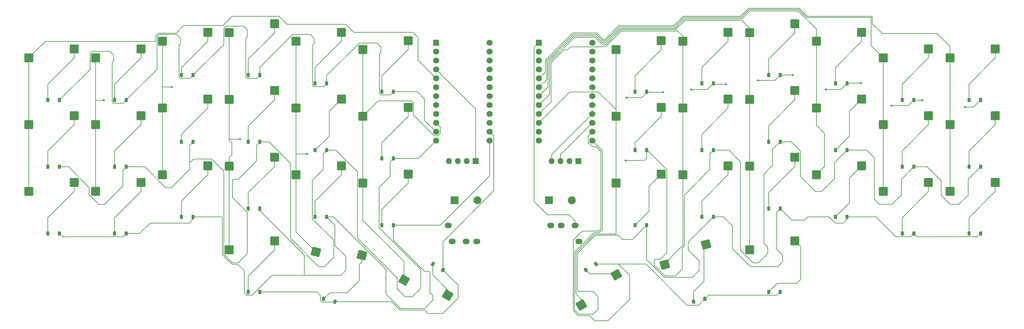
<source format=gbr>
%TF.GenerationSoftware,KiCad,Pcbnew,9.0.6*%
%TF.CreationDate,2025-12-07T00:05:39-06:00*%
%TF.ProjectId,SplitKeyboard,53706c69-744b-4657-9962-6f6172642e6b,rev?*%
%TF.SameCoordinates,Original*%
%TF.FileFunction,Copper,L2,Bot*%
%TF.FilePolarity,Positive*%
%FSLAX46Y46*%
G04 Gerber Fmt 4.6, Leading zero omitted, Abs format (unit mm)*
G04 Created by KiCad (PCBNEW 9.0.6) date 2025-12-07 00:05:39*
%MOMM*%
%LPD*%
G01*
G04 APERTURE LIST*
G04 Aperture macros list*
%AMRoundRect*
0 Rectangle with rounded corners*
0 $1 Rounding radius*
0 $2 $3 $4 $5 $6 $7 $8 $9 X,Y pos of 4 corners*
0 Add a 4 corners polygon primitive as box body*
4,1,4,$2,$3,$4,$5,$6,$7,$8,$9,$2,$3,0*
0 Add four circle primitives for the rounded corners*
1,1,$1+$1,$2,$3*
1,1,$1+$1,$4,$5*
1,1,$1+$1,$6,$7*
1,1,$1+$1,$8,$9*
0 Add four rect primitives between the rounded corners*
20,1,$1+$1,$2,$3,$4,$5,0*
20,1,$1+$1,$4,$5,$6,$7,0*
20,1,$1+$1,$6,$7,$8,$9,0*
20,1,$1+$1,$8,$9,$2,$3,0*%
G04 Aperture macros list end*
%TA.AperFunction,SMDPad,CuDef*%
%ADD10RoundRect,0.250000X-1.025000X-1.000000X1.025000X-1.000000X1.025000X1.000000X-1.025000X1.000000X0*%
%TD*%
%TA.AperFunction,SMDPad,CuDef*%
%ADD11RoundRect,0.250000X-1.387676X-0.353525X0.387676X-1.378525X1.387676X0.353525X-0.387676X1.378525X0*%
%TD*%
%TA.AperFunction,ComponentPad*%
%ADD12R,1.752600X1.752600*%
%TD*%
%TA.AperFunction,ComponentPad*%
%ADD13C,1.752600*%
%TD*%
%TA.AperFunction,ComponentPad*%
%ADD14O,2.000000X1.600000*%
%TD*%
%TA.AperFunction,ComponentPad*%
%ADD15R,2.250000X2.250000*%
%TD*%
%TA.AperFunction,ComponentPad*%
%ADD16C,2.250000*%
%TD*%
%TA.AperFunction,SMDPad,CuDef*%
%ADD17RoundRect,0.250000X-0.387676X-1.378525X1.387676X-0.353525X0.387676X1.378525X-1.387676X0.353525X0*%
%TD*%
%TA.AperFunction,SMDPad,CuDef*%
%ADD18RoundRect,0.250000X-0.731255X-1.231215X1.248893X-0.700636X0.731255X1.231215X-1.248893X0.700636X0*%
%TD*%
%TA.AperFunction,ComponentPad*%
%ADD19R,1.700000X1.700000*%
%TD*%
%TA.AperFunction,ComponentPad*%
%ADD20O,1.700000X1.700000*%
%TD*%
%TA.AperFunction,SMDPad,CuDef*%
%ADD21RoundRect,0.250000X-1.248893X-0.700636X0.731255X-1.231215X1.248893X0.700636X-0.731255X1.231215X0*%
%TD*%
%TA.AperFunction,SMDPad,CuDef*%
%ADD22RoundRect,0.225000X0.225000X0.375000X-0.225000X0.375000X-0.225000X-0.375000X0.225000X-0.375000X0*%
%TD*%
%TA.AperFunction,SMDPad,CuDef*%
%ADD23RoundRect,0.225000X0.007356X0.437260X-0.382356X0.212260X-0.007356X-0.437260X0.382356X-0.212260X0*%
%TD*%
%TA.AperFunction,SMDPad,CuDef*%
%ADD24RoundRect,0.225000X0.314390X0.303988X-0.120276X0.420456X-0.314390X-0.303988X0.120276X-0.420456X0*%
%TD*%
%TA.AperFunction,SMDPad,CuDef*%
%ADD25RoundRect,0.225000X0.382356X0.212260X-0.007356X0.437260X-0.382356X-0.212260X0.007356X-0.437260X0*%
%TD*%
%TA.AperFunction,SMDPad,CuDef*%
%ADD26RoundRect,0.225000X0.120276X0.420456X-0.314390X0.303988X-0.120276X-0.420456X0.314390X-0.303988X0*%
%TD*%
%TA.AperFunction,ViaPad*%
%ADD27C,0.600000*%
%TD*%
%TA.AperFunction,Conductor*%
%ADD28C,0.200000*%
%TD*%
G04 APERTURE END LIST*
D10*
%TO.P,SW22,1,1*%
%TO.N,COLR0*%
X178430404Y-66347721D03*
%TO.P,SW22,2,2*%
%TO.N,Net-(D22-A)*%
X191357404Y-63807721D03*
%TD*%
D11*
%TO.P,SW21,1,1*%
%TO.N,COL5*%
X117996710Y-132201545D03*
%TO.P,SW21,2,2*%
%TO.N,Net-(D21-A)*%
X130461820Y-136465341D03*
%TD*%
D10*
%TO.P,SW37,1,1*%
%TO.N,COLR3*%
X235580404Y-102066471D03*
%TO.P,SW37,2,2*%
%TO.N,Net-(D37-A)*%
X248507404Y-99526471D03*
%TD*%
%TO.P,SW1,1,1*%
%TO.N,COL0*%
X11002500Y-68728750D03*
%TO.P,SW1,2,2*%
%TO.N,Net-(D1-A)*%
X23929500Y-66188750D03*
%TD*%
D12*
%TO.P,U2,1,TX0/PD3*%
%TO.N,TX0*%
X127148750Y-64442500D03*
D13*
%TO.P,U2,2,RX1/PD2*%
%TO.N,unconnected-(U2-RX1{slash}PD2-Pad2)*%
X127148750Y-66982500D03*
%TO.P,U2,3,GND*%
%TO.N,unconnected-(U2-GND-Pad3)*%
X127148750Y-69522500D03*
%TO.P,U2,4,GND*%
%TO.N,GND*%
X127148750Y-72062500D03*
%TO.P,U2,5,2/PD1*%
%TO.N,COL0*%
X127148750Y-74602500D03*
%TO.P,U2,6,3/PD0*%
%TO.N,COL1*%
X127148750Y-77142500D03*
%TO.P,U2,7,4/PD4*%
%TO.N,COL2*%
X127148750Y-79682500D03*
%TO.P,U2,8,5/PC6*%
%TO.N,COL3*%
X127148750Y-82222500D03*
%TO.P,U2,9,6/PD7*%
%TO.N,COL4*%
X127148750Y-84762500D03*
%TO.P,U2,10,7/PE6*%
%TO.N,COL5*%
X127148750Y-87302500D03*
%TO.P,U2,11,8/PB4*%
%TO.N,ROW0*%
X127148750Y-89842500D03*
%TO.P,U2,12,9/PB5*%
%TO.N,ROW1*%
X127148750Y-92382500D03*
%TO.P,U2,13,10/PB6*%
%TO.N,ROW2*%
X142388750Y-92382500D03*
%TO.P,U2,14,16/PB2*%
%TO.N,ROW3*%
X142388750Y-89842500D03*
%TO.P,U2,15,14/PB3*%
%TO.N,SCL*%
X142388750Y-87302500D03*
%TO.P,U2,16,15/PB1*%
%TO.N,SDA*%
X142388750Y-84762500D03*
%TO.P,U2,17,A0/PF7*%
%TO.N,unconnected-(U2-A0{slash}PF7-Pad17)*%
X142388750Y-82222500D03*
%TO.P,U2,18,A1/PF6*%
%TO.N,unconnected-(U2-A1{slash}PF6-Pad18)*%
X142388750Y-79682500D03*
%TO.P,U2,19,A2/PF5*%
%TO.N,unconnected-(U2-A2{slash}PF5-Pad19)*%
X142388750Y-77142500D03*
%TO.P,U2,20,A3/PF4*%
%TO.N,unconnected-(U2-A3{slash}PF4-Pad20)*%
X142388750Y-74602500D03*
%TO.P,U2,21,VCC*%
%TO.N,VCC*%
X142388750Y-72062500D03*
%TO.P,U2,22,RST*%
%TO.N,RST*%
X142388750Y-69522500D03*
%TO.P,U2,23,GND*%
%TO.N,unconnected-(U2-GND-Pad23)*%
X142388750Y-66982500D03*
%TO.P,U2,24,RAW*%
%TO.N,unconnected-(U2-RAW-Pad24)*%
X142388750Y-64442500D03*
%TD*%
D14*
%TO.P,U4,1,SLEEVE*%
%TO.N,unconnected-(U4-SLEEVE-Pad1)*%
X167890404Y-121193970D03*
%TO.P,U4,2,TIP*%
%TO.N,TX0R*%
X166790404Y-116593970D03*
%TO.P,U4,3,RING1*%
%TO.N,VCCR*%
X162790403Y-116593971D03*
%TO.P,U4,4,RING2*%
%TO.N,GNDR*%
X159790405Y-116593972D03*
%TD*%
D10*
%TO.P,SW36,1,1*%
%TO.N,COLR2*%
X216530404Y-99685221D03*
%TO.P,SW36,2,2*%
%TO.N,Net-(D36-A)*%
X229457404Y-97145221D03*
%TD*%
%TO.P,SW23,1,1*%
%TO.N,COLR1*%
X197480404Y-63966471D03*
%TO.P,SW23,2,2*%
%TO.N,Net-(D23-A)*%
X210407404Y-61426471D03*
%TD*%
%TO.P,SW35,1,1*%
%TO.N,COLR1*%
X197480404Y-102066471D03*
%TO.P,SW35,2,2*%
%TO.N,Net-(D35-A)*%
X210407404Y-99526471D03*
%TD*%
%TO.P,SW16,1,1*%
%TO.N,COL3*%
X68152500Y-99685000D03*
%TO.P,SW16,2,2*%
%TO.N,Net-(D16-A)*%
X81079500Y-97145000D03*
%TD*%
%TO.P,SW15,1,1*%
%TO.N,COL2*%
X49102500Y-102066250D03*
%TO.P,SW15,2,2*%
%TO.N,Net-(D15-A)*%
X62029500Y-99526250D03*
%TD*%
D15*
%TO.P,SW44,1,1*%
%TO.N,GNDR*%
X159321654Y-109368971D03*
D16*
%TO.P,SW44,2,2*%
%TO.N,RSTR*%
X165821654Y-109368971D03*
%TD*%
D10*
%TO.P,SW38,1,1*%
%TO.N,COLR4*%
X254630404Y-106828971D03*
%TO.P,SW38,2,2*%
%TO.N,Net-(D38-A)*%
X267557404Y-104288971D03*
%TD*%
%TO.P,SW9,1,1*%
%TO.N,COL2*%
X49102500Y-83016250D03*
%TO.P,SW9,2,2*%
%TO.N,Net-(D9-A)*%
X62029500Y-80476250D03*
%TD*%
%TO.P,SW30,1,1*%
%TO.N,COLR2*%
X216530404Y-80635221D03*
%TO.P,SW30,2,2*%
%TO.N,Net-(D30-A)*%
X229457404Y-78095221D03*
%TD*%
%TO.P,SW27,1,1*%
%TO.N,COLR5*%
X273680404Y-68728971D03*
%TO.P,SW27,2,2*%
%TO.N,Net-(D27-A)*%
X286607404Y-66188971D03*
%TD*%
%TO.P,SW26,1,1*%
%TO.N,COLR4*%
X254630404Y-68728971D03*
%TO.P,SW26,2,2*%
%TO.N,Net-(D26-A)*%
X267557404Y-66188971D03*
%TD*%
%TO.P,SW4,1,1*%
%TO.N,COL3*%
X68152500Y-61585000D03*
%TO.P,SW4,2,2*%
%TO.N,Net-(D4-A)*%
X81079500Y-59045000D03*
%TD*%
%TO.P,SW18,1,1*%
%TO.N,COL5*%
X106252500Y-104447500D03*
%TO.P,SW18,2,2*%
%TO.N,Net-(D18-A)*%
X119179500Y-101907500D03*
%TD*%
%TO.P,SW42,1,1*%
%TO.N,COLR2*%
X216530404Y-123497721D03*
%TO.P,SW42,2,2*%
%TO.N,Net-(D42-A)*%
X229457404Y-120957721D03*
%TD*%
%TO.P,SW31,1,1*%
%TO.N,COLR3*%
X235580404Y-83016471D03*
%TO.P,SW31,2,2*%
%TO.N,Net-(D31-A)*%
X248507404Y-80476471D03*
%TD*%
%TO.P,SW32,1,1*%
%TO.N,COLR4*%
X254630404Y-87778971D03*
%TO.P,SW32,2,2*%
%TO.N,Net-(D32-A)*%
X267557404Y-85238971D03*
%TD*%
D14*
%TO.P,U1,1,SLEEVE*%
%TO.N,unconnected-(U1-SLEEVE-Pad1)*%
X130612500Y-116593749D03*
%TO.P,U1,2,TIP*%
%TO.N,TX0*%
X131712499Y-121193750D03*
%TO.P,U1,3,RING1*%
%TO.N,VCC*%
X135712499Y-121193749D03*
%TO.P,U1,4,RING2*%
%TO.N,GND*%
X138712501Y-121193750D03*
%TD*%
D17*
%TO.P,SW40,1,1*%
%TO.N,COLR0*%
X168584614Y-139286766D03*
%TO.P,SW40,2,2*%
%TO.N,Net-(D40-A)*%
X178509724Y-130623562D03*
%TD*%
D10*
%TO.P,SW39,1,1*%
%TO.N,COLR5*%
X273680404Y-106828971D03*
%TO.P,SW39,2,2*%
%TO.N,Net-(D39-A)*%
X286607404Y-104288971D03*
%TD*%
%TO.P,SW10,1,1*%
%TO.N,COL3*%
X68152500Y-80635000D03*
%TO.P,SW10,2,2*%
%TO.N,Net-(D10-A)*%
X81079500Y-78095000D03*
%TD*%
%TO.P,SW33,1,1*%
%TO.N,COLR5*%
X273680404Y-87778971D03*
%TO.P,SW33,2,2*%
%TO.N,Net-(D33-A)*%
X286607404Y-85238971D03*
%TD*%
%TO.P,SW14,1,1*%
%TO.N,COL1*%
X30052500Y-106828750D03*
%TO.P,SW14,2,2*%
%TO.N,Net-(D14-A)*%
X42979500Y-104288750D03*
%TD*%
D18*
%TO.P,SW41,1,1*%
%TO.N,COLR1*%
X192301919Y-127799252D03*
%TO.P,SW41,2,2*%
%TO.N,Net-(D41-A)*%
X204131042Y-122000047D03*
%TD*%
D10*
%TO.P,SW8,1,1*%
%TO.N,COL1*%
X30052500Y-87778750D03*
%TO.P,SW8,2,2*%
%TO.N,Net-(D8-A)*%
X42979500Y-85238750D03*
%TD*%
%TO.P,SW29,1,1*%
%TO.N,COLR1*%
X197480404Y-83016471D03*
%TO.P,SW29,2,2*%
%TO.N,Net-(D29-A)*%
X210407404Y-80476471D03*
%TD*%
D12*
%TO.P,U3,1,TX0/PD3*%
%TO.N,TX0R*%
X156464154Y-64442721D03*
D13*
%TO.P,U3,2,RX1/PD2*%
%TO.N,unconnected-(U3-RX1{slash}PD2-Pad2)*%
X156464154Y-66982721D03*
%TO.P,U3,3,GND*%
%TO.N,unconnected-(U3-GND-Pad3)*%
X156464154Y-69522721D03*
%TO.P,U3,4,GND*%
%TO.N,unconnected-(U3-GND-Pad4)*%
X156464154Y-72062721D03*
%TO.P,U3,5,2/PD1*%
%TO.N,COLR5*%
X156464154Y-74602721D03*
%TO.P,U3,6,3/PD0*%
%TO.N,COLR4*%
X156464154Y-77142721D03*
%TO.P,U3,7,4/PD4*%
%TO.N,COLR3*%
X156464154Y-79682721D03*
%TO.P,U3,8,5/PC6*%
%TO.N,COLR2*%
X156464154Y-82222721D03*
%TO.P,U3,9,6/PD7*%
%TO.N,COLR1*%
X156464154Y-84762721D03*
%TO.P,U3,10,7/PE6*%
%TO.N,COLR0*%
X156464154Y-87302721D03*
%TO.P,U3,11,8/PB4*%
%TO.N,ROWR0*%
X156464154Y-89842721D03*
%TO.P,U3,12,9/PB5*%
%TO.N,ROWR1*%
X156464154Y-92382721D03*
%TO.P,U3,13,10/PB6*%
%TO.N,ROWR2*%
X171704154Y-92382721D03*
%TO.P,U3,14,16/PB2*%
%TO.N,ROWR3*%
X171704154Y-89842721D03*
%TO.P,U3,15,14/PB3*%
%TO.N,SCLR*%
X171704154Y-87302721D03*
%TO.P,U3,16,15/PB1*%
%TO.N,SDAR*%
X171704154Y-84762721D03*
%TO.P,U3,17,A0/PF7*%
%TO.N,unconnected-(U3-A0{slash}PF7-Pad17)*%
X171704154Y-82222721D03*
%TO.P,U3,18,A1/PF6*%
%TO.N,unconnected-(U3-A1{slash}PF6-Pad18)*%
X171704154Y-79682721D03*
%TO.P,U3,19,A2/PF5*%
%TO.N,unconnected-(U3-A2{slash}PF5-Pad19)*%
X171704154Y-77142721D03*
%TO.P,U3,20,A3/PF4*%
%TO.N,unconnected-(U3-A3{slash}PF4-Pad20)*%
X171704154Y-74602721D03*
%TO.P,U3,21,VCC*%
%TO.N,VCCR*%
X171704154Y-72062721D03*
%TO.P,U3,22,RST*%
%TO.N,RSTR*%
X171704154Y-69522721D03*
%TO.P,U3,23,GND*%
%TO.N,GNDR*%
X171704154Y-66982721D03*
%TO.P,U3,24,RAW*%
%TO.N,unconnected-(U3-RAW-Pad24)*%
X171704154Y-64442721D03*
%TD*%
D10*
%TO.P,SW17,1,1*%
%TO.N,COL4*%
X87202500Y-102066250D03*
%TO.P,SW17,2,2*%
%TO.N,Net-(D17-A)*%
X100129500Y-99526250D03*
%TD*%
%TO.P,SW6,1,1*%
%TO.N,COL5*%
X106252500Y-66347500D03*
%TO.P,SW6,2,2*%
%TO.N,Net-(D6-A)*%
X119179500Y-63807500D03*
%TD*%
%TO.P,SW12,1,1*%
%TO.N,COL5*%
X106252500Y-85397500D03*
%TO.P,SW12,2,2*%
%TO.N,Net-(D12-A)*%
X119179500Y-82857500D03*
%TD*%
%TO.P,SW28,1,1*%
%TO.N,COLR0*%
X178430404Y-85397721D03*
%TO.P,SW28,2,2*%
%TO.N,Net-(D28-A)*%
X191357404Y-82857721D03*
%TD*%
%TO.P,SW2,1,1*%
%TO.N,COL1*%
X30052500Y-68728750D03*
%TO.P,SW2,2,2*%
%TO.N,Net-(D2-A)*%
X42979500Y-66188750D03*
%TD*%
%TO.P,SW19,1,1*%
%TO.N,COL3*%
X68152500Y-123497500D03*
%TO.P,SW19,2,2*%
%TO.N,Net-(D19-A)*%
X81079500Y-120957500D03*
%TD*%
D19*
%TO.P,J2,1,GND*%
%TO.N,GNDR*%
X167709156Y-98243971D03*
D20*
%TO.P,J2,2,VCC*%
%TO.N,VCCR*%
X165169153Y-98243971D03*
%TO.P,J2,3,SCL*%
%TO.N,SCLR*%
X162629153Y-98243971D03*
%TO.P,J2,4,SDA*%
%TO.N,SDAR*%
X160089154Y-98243971D03*
%TD*%
D10*
%TO.P,SW7,1,1*%
%TO.N,COL0*%
X11002500Y-87778750D03*
%TO.P,SW7,2,2*%
%TO.N,Net-(D7-A)*%
X23929500Y-85238750D03*
%TD*%
%TO.P,SW24,1,1*%
%TO.N,COLR2*%
X216530404Y-61585221D03*
%TO.P,SW24,2,2*%
%TO.N,Net-(D24-A)*%
X229457404Y-59045221D03*
%TD*%
%TO.P,SW11,1,1*%
%TO.N,COL4*%
X87202500Y-83016250D03*
%TO.P,SW11,2,2*%
%TO.N,Net-(D11-A)*%
X100129500Y-80476250D03*
%TD*%
D19*
%TO.P,J1,1,GND*%
%TO.N,GND*%
X138400001Y-98243750D03*
D20*
%TO.P,J1,2,VCC*%
%TO.N,VCC*%
X135859998Y-98243750D03*
%TO.P,J1,3,SCL*%
%TO.N,SCL*%
X133319998Y-98243750D03*
%TO.P,J1,4,SDA*%
%TO.N,SDA*%
X130779999Y-98243750D03*
%TD*%
D15*
%TO.P,SW43,1,1*%
%TO.N,GND*%
X132387500Y-109368750D03*
D16*
%TO.P,SW43,2,2*%
%TO.N,RST*%
X138887500Y-109368750D03*
%TD*%
D10*
%TO.P,SW13,1,1*%
%TO.N,COL0*%
X11002500Y-106828750D03*
%TO.P,SW13,2,2*%
%TO.N,Net-(D13-A)*%
X23929500Y-104288750D03*
%TD*%
%TO.P,SW3,1,1*%
%TO.N,COL2*%
X49102500Y-63966250D03*
%TO.P,SW3,2,2*%
%TO.N,Net-(D3-A)*%
X62029500Y-61426250D03*
%TD*%
%TO.P,SW5,1,1*%
%TO.N,COL4*%
X87202500Y-63966250D03*
%TO.P,SW5,2,2*%
%TO.N,Net-(D5-A)*%
X100129500Y-61426250D03*
%TD*%
%TO.P,SW25,1,1*%
%TO.N,COLR3*%
X235580404Y-63966471D03*
%TO.P,SW25,2,2*%
%TO.N,Net-(D25-A)*%
X248507404Y-61426471D03*
%TD*%
%TO.P,SW34,1,1*%
%TO.N,COLR0*%
X178430404Y-104447721D03*
%TO.P,SW34,2,2*%
%TO.N,Net-(D34-A)*%
X191357404Y-101907721D03*
%TD*%
D21*
%TO.P,SW20,1,1*%
%TO.N,COL4*%
X92863816Y-124131565D03*
%TO.P,SW20,2,2*%
%TO.N,Net-(D20-A)*%
X106007739Y-125023868D03*
%TD*%
D22*
%TO.P,D33,1,K*%
%TO.N,ROWR1*%
X282415404Y-99843971D03*
%TO.P,D33,2,A*%
%TO.N,Net-(D33-A)*%
X279115404Y-99843971D03*
%TD*%
%TO.P,D36,1,K*%
%TO.N,ROWR2*%
X225265404Y-111750221D03*
%TO.P,D36,2,A*%
%TO.N,Net-(D36-A)*%
X221965404Y-111750221D03*
%TD*%
%TO.P,D23,1,K*%
%TO.N,ROWR0*%
X206215404Y-76031471D03*
%TO.P,D23,2,A*%
%TO.N,Net-(D23-A)*%
X202915404Y-76031471D03*
%TD*%
%TO.P,D10,1,K*%
%TO.N,ROW1*%
X76887500Y-92700000D03*
%TO.P,D10,2,A*%
%TO.N,Net-(D10-A)*%
X73587500Y-92700000D03*
%TD*%
%TO.P,D13,1,K*%
%TO.N,ROW2*%
X19737500Y-118893750D03*
%TO.P,D13,2,A*%
%TO.N,Net-(D13-A)*%
X16437500Y-118893750D03*
%TD*%
%TO.P,D26,1,K*%
%TO.N,ROWR0*%
X263365402Y-80793971D03*
%TO.P,D26,2,A*%
%TO.N,Net-(D26-A)*%
X260065406Y-80793971D03*
%TD*%
D23*
%TO.P,D40,1,K*%
%TO.N,ROWR3*%
X172656845Y-127593971D03*
%TO.P,D40,2,A*%
%TO.N,Net-(D40-A)*%
X169798963Y-129243971D03*
%TD*%
D22*
%TO.P,D38,1,K*%
%TO.N,ROWR2*%
X263365404Y-118893971D03*
%TO.P,D38,2,A*%
%TO.N,Net-(D38-A)*%
X260065404Y-118893971D03*
%TD*%
%TO.P,D29,1,K*%
%TO.N,ROWR1*%
X206215404Y-95081471D03*
%TO.P,D29,2,A*%
%TO.N,Net-(D29-A)*%
X202915404Y-95081471D03*
%TD*%
%TO.P,D39,1,K*%
%TO.N,ROWR2*%
X282415404Y-118893971D03*
%TO.P,D39,2,A*%
%TO.N,Net-(D39-A)*%
X279115404Y-118893971D03*
%TD*%
%TO.P,D35,1,K*%
%TO.N,ROWR2*%
X206215404Y-114131471D03*
%TO.P,D35,2,A*%
%TO.N,Net-(D35-A)*%
X202915404Y-114131471D03*
%TD*%
%TO.P,D16,1,K*%
%TO.N,ROW2*%
X76887500Y-111750000D03*
%TO.P,D16,2,A*%
%TO.N,Net-(D16-A)*%
X73587500Y-111750000D03*
%TD*%
%TO.P,D24,1,K*%
%TO.N,ROWR0*%
X225265404Y-73650221D03*
%TO.P,D24,2,A*%
%TO.N,Net-(D24-A)*%
X221965404Y-73650221D03*
%TD*%
%TO.P,D28,1,K*%
%TO.N,ROWR1*%
X187165404Y-95081471D03*
%TO.P,D28,2,A*%
%TO.N,Net-(D28-A)*%
X183865404Y-95081471D03*
%TD*%
%TO.P,D14,1,K*%
%TO.N,ROW2*%
X38787500Y-118893750D03*
%TO.P,D14,2,A*%
%TO.N,Net-(D14-A)*%
X35487500Y-118893750D03*
%TD*%
%TO.P,D18,1,K*%
%TO.N,ROW2*%
X114987500Y-116512500D03*
%TO.P,D18,2,A*%
%TO.N,Net-(D18-A)*%
X111687500Y-116512500D03*
%TD*%
D24*
%TO.P,D20,1,K*%
%TO.N,ROW3*%
X98262528Y-138370800D03*
%TO.P,D20,2,A*%
%TO.N,Net-(D20-A)*%
X95074972Y-137516700D03*
%TD*%
D22*
%TO.P,D1,1,K*%
%TO.N,ROW0*%
X19737500Y-80793750D03*
%TO.P,D1,2,A*%
%TO.N,Net-(D1-A)*%
X16437500Y-80793750D03*
%TD*%
%TO.P,D17,1,K*%
%TO.N,ROW2*%
X95937500Y-114131250D03*
%TO.P,D17,2,A*%
%TO.N,Net-(D17-A)*%
X92637500Y-114131250D03*
%TD*%
D25*
%TO.P,D21,1,K*%
%TO.N,ROW3*%
X129053942Y-129243749D03*
%TO.P,D21,2,A*%
%TO.N,Net-(D21-A)*%
X126196058Y-127593751D03*
%TD*%
D22*
%TO.P,D42,1,K*%
%TO.N,ROWR3*%
X225265404Y-135562721D03*
%TO.P,D42,2,A*%
%TO.N,Net-(D42-A)*%
X221965404Y-135562721D03*
%TD*%
D26*
%TO.P,D41,1,K*%
%TO.N,ROWR3*%
X203777931Y-137516919D03*
%TO.P,D41,2,A*%
%TO.N,Net-(D41-A)*%
X200590377Y-138371023D03*
%TD*%
D22*
%TO.P,D9,1,K*%
%TO.N,ROW1*%
X57837500Y-92700000D03*
%TO.P,D9,2,A*%
%TO.N,Net-(D9-A)*%
X54537500Y-92700000D03*
%TD*%
%TO.P,D12,1,K*%
%TO.N,ROW1*%
X114987500Y-97462500D03*
%TO.P,D12,2,A*%
%TO.N,Net-(D12-A)*%
X111687500Y-97462500D03*
%TD*%
%TO.P,D5,1,K*%
%TO.N,ROW0*%
X95937500Y-76031250D03*
%TO.P,D5,2,A*%
%TO.N,Net-(D5-A)*%
X92637500Y-76031250D03*
%TD*%
%TO.P,D4,1,K*%
%TO.N,ROW0*%
X76887500Y-73650000D03*
%TO.P,D4,2,A*%
%TO.N,Net-(D4-A)*%
X73587500Y-73650000D03*
%TD*%
%TO.P,D6,1,K*%
%TO.N,ROW0*%
X114987500Y-78412500D03*
%TO.P,D6,2,A*%
%TO.N,Net-(D6-A)*%
X111687500Y-78412500D03*
%TD*%
%TO.P,D7,1,K*%
%TO.N,ROW1*%
X19737500Y-99843750D03*
%TO.P,D7,2,A*%
%TO.N,Net-(D7-A)*%
X16437500Y-99843750D03*
%TD*%
%TO.P,D31,1,K*%
%TO.N,ROWR1*%
X244315404Y-95081471D03*
%TO.P,D31,2,A*%
%TO.N,Net-(D31-A)*%
X241015404Y-95081471D03*
%TD*%
%TO.P,D37,1,K*%
%TO.N,ROWR2*%
X244315404Y-114131471D03*
%TO.P,D37,2,A*%
%TO.N,Net-(D37-A)*%
X241015404Y-114131471D03*
%TD*%
%TO.P,D19,1,K*%
%TO.N,ROW3*%
X76887500Y-135562500D03*
%TO.P,D19,2,A*%
%TO.N,Net-(D19-A)*%
X73587500Y-135562500D03*
%TD*%
%TO.P,D8,1,K*%
%TO.N,ROW1*%
X38787500Y-99843750D03*
%TO.P,D8,2,A*%
%TO.N,Net-(D8-A)*%
X35487500Y-99843750D03*
%TD*%
%TO.P,D2,1,K*%
%TO.N,ROW0*%
X38787500Y-80793750D03*
%TO.P,D2,2,A*%
%TO.N,Net-(D2-A)*%
X35487500Y-80793750D03*
%TD*%
%TO.P,D15,1,K*%
%TO.N,ROW2*%
X57837500Y-114131250D03*
%TO.P,D15,2,A*%
%TO.N,Net-(D15-A)*%
X54537500Y-114131250D03*
%TD*%
%TO.P,D22,1,K*%
%TO.N,ROWR0*%
X187165404Y-78412721D03*
%TO.P,D22,2,A*%
%TO.N,Net-(D22-A)*%
X183865404Y-78412721D03*
%TD*%
%TO.P,D32,1,K*%
%TO.N,ROWR1*%
X263365404Y-99843971D03*
%TO.P,D32,2,A*%
%TO.N,Net-(D32-A)*%
X260065404Y-99843971D03*
%TD*%
%TO.P,D11,1,K*%
%TO.N,ROW1*%
X95937500Y-95081250D03*
%TO.P,D11,2,A*%
%TO.N,Net-(D11-A)*%
X92637500Y-95081250D03*
%TD*%
%TO.P,D30,1,K*%
%TO.N,ROWR1*%
X225265404Y-92700221D03*
%TO.P,D30,2,A*%
%TO.N,Net-(D30-A)*%
X221965404Y-92700221D03*
%TD*%
%TO.P,D25,1,K*%
%TO.N,ROWR0*%
X244315404Y-76031471D03*
%TO.P,D25,2,A*%
%TO.N,Net-(D25-A)*%
X241015404Y-76031471D03*
%TD*%
%TO.P,D27,1,K*%
%TO.N,ROWR0*%
X282415404Y-80793971D03*
%TO.P,D27,2,A*%
%TO.N,Net-(D27-A)*%
X279115404Y-80793971D03*
%TD*%
%TO.P,D34,1,K*%
%TO.N,ROWR2*%
X187165404Y-116512721D03*
%TO.P,D34,2,A*%
%TO.N,Net-(D34-A)*%
X183865404Y-116512721D03*
%TD*%
%TO.P,D3,1,K*%
%TO.N,ROW0*%
X57837500Y-73650000D03*
%TO.P,D3,2,A*%
%TO.N,Net-(D3-A)*%
X54537500Y-73650000D03*
%TD*%
D27*
%TO.N,COL1*%
X32387500Y-80887500D03*
%TO.N,COL2*%
X51831250Y-77075000D03*
%TO.N,COL3*%
X71275000Y-91943750D03*
%TO.N,COL4*%
X90337500Y-96137500D03*
%TO.N,ROWR0*%
X199846654Y-77837721D03*
X181546654Y-80125221D03*
X218909154Y-75168971D03*
X191840404Y-78600221D03*
X209759154Y-76312721D03*
X278002904Y-82793971D03*
X265802904Y-80887721D03*
X238352904Y-77837721D03*
X248265404Y-75931471D03*
X257034154Y-82412721D03*
X228821654Y-73643971D03*
%TO.N,ROWR1*%
X181165404Y-98043971D03*
%TD*%
D28*
%TO.N,ROW0*%
X48167340Y-62090250D02*
X53154565Y-62090250D01*
X110936500Y-67591565D02*
X110936500Y-79011610D01*
X19737500Y-80793750D02*
X28476500Y-72054750D01*
X47526500Y-72054750D02*
X47526500Y-62731090D01*
X76887500Y-73650000D02*
X76887500Y-71470090D01*
X29117340Y-66852750D02*
X34104565Y-66852750D01*
X66576500Y-60349840D02*
X67217340Y-59709000D01*
X95937500Y-73851340D02*
X105317340Y-64471500D01*
X95937500Y-76031250D02*
X95937500Y-73851340D01*
X91886500Y-65210315D02*
X91886500Y-76630360D01*
X66576500Y-64911000D02*
X66576500Y-60349840D01*
X91886500Y-76630360D02*
X92188390Y-76932250D01*
X73303500Y-60807935D02*
X73303500Y-62712826D01*
X47526500Y-62731090D02*
X48167340Y-62090250D01*
X73303500Y-62712826D02*
X72836500Y-63179826D01*
X92188390Y-76932250D02*
X95036500Y-76932250D01*
X28476500Y-72054750D02*
X28476500Y-67493590D01*
X54253500Y-64743315D02*
X53786500Y-65210315D01*
X57837500Y-73650000D02*
X66576500Y-64911000D01*
X86267340Y-62090250D02*
X91254565Y-62090250D01*
X95036500Y-76932250D02*
X95937500Y-76031250D01*
X28476500Y-67493590D02*
X29117340Y-66852750D01*
X123887500Y-80506250D02*
X123887500Y-86581250D01*
X34104565Y-66852750D02*
X35203500Y-67951685D01*
X54088390Y-74551000D02*
X56936500Y-74551000D01*
X111238390Y-79313500D02*
X114086500Y-79313500D01*
X34736500Y-69972815D02*
X34736500Y-81392860D01*
X92353500Y-63189185D02*
X92353500Y-64743315D01*
X73138390Y-74551000D02*
X75986500Y-74551000D01*
X38787500Y-80793750D02*
X47526500Y-72054750D01*
X92353500Y-64743315D02*
X91886500Y-65210315D01*
X114086500Y-79313500D02*
X114987500Y-78412500D01*
X110304565Y-64471500D02*
X111403500Y-65570435D01*
X72204565Y-59709000D02*
X73303500Y-60807935D01*
X53786500Y-74249110D02*
X54088390Y-74551000D01*
X67217340Y-59709000D02*
X72204565Y-59709000D01*
X53786500Y-65210315D02*
X53786500Y-74249110D01*
X56936500Y-74551000D02*
X57837500Y-73650000D01*
X91254565Y-62090250D02*
X92353500Y-63189185D01*
X111403500Y-65570435D02*
X111403500Y-67124565D01*
X72836500Y-74249110D02*
X73138390Y-74551000D01*
X54253500Y-63189185D02*
X54253500Y-64743315D01*
X72836500Y-63179826D02*
X72836500Y-74249110D01*
X37886500Y-81694750D02*
X38787500Y-80793750D01*
X35203500Y-67951685D02*
X35203500Y-69505815D01*
X35203500Y-69505815D02*
X34736500Y-69972815D01*
X121793750Y-78412500D02*
X123887500Y-80506250D01*
X53154565Y-62090250D02*
X54253500Y-63189185D01*
X76887500Y-71470090D02*
X86267340Y-62090250D01*
X123887500Y-86581250D02*
X127148750Y-89842500D01*
X110936500Y-79011610D02*
X111238390Y-79313500D01*
X111403500Y-67124565D02*
X110936500Y-67591565D01*
X114987500Y-78412500D02*
X121793750Y-78412500D01*
X35038390Y-81694750D02*
X37886500Y-81694750D01*
X75986500Y-74551000D02*
X76887500Y-73650000D01*
X105317340Y-64471500D02*
X110304565Y-64471500D01*
X34736500Y-81392860D02*
X35038390Y-81694750D01*
%TO.N,Net-(D1-A)*%
X16437500Y-76264924D02*
X23929500Y-68772924D01*
X23929500Y-68772924D02*
X23929500Y-66188750D01*
X16437500Y-80793750D02*
X16437500Y-76264924D01*
%TO.N,Net-(D2-A)*%
X35487500Y-80793750D02*
X35487500Y-76264924D01*
X42979500Y-68772924D02*
X42979500Y-66188750D01*
X35487500Y-76264924D02*
X42979500Y-68772924D01*
%TO.N,Net-(D3-A)*%
X54537500Y-73650000D02*
X54537500Y-71502424D01*
X54537500Y-71502424D02*
X62029500Y-64010424D01*
X62029500Y-64010424D02*
X62029500Y-61426250D01*
%TO.N,Net-(D4-A)*%
X81079500Y-61629174D02*
X81079500Y-59045000D01*
X73587500Y-73650000D02*
X73587500Y-69121174D01*
X73587500Y-69121174D02*
X81079500Y-61629174D01*
%TO.N,Net-(D5-A)*%
X92637500Y-76031250D02*
X92637500Y-71502424D01*
X100129500Y-64010424D02*
X100129500Y-61426250D01*
X92637500Y-71502424D02*
X100129500Y-64010424D01*
%TO.N,Net-(D6-A)*%
X119179500Y-66391674D02*
X119179500Y-63807500D01*
X111687500Y-78412500D02*
X111687500Y-73883674D01*
X111687500Y-73883674D02*
X119179500Y-66391674D01*
%TO.N,Net-(D7-A)*%
X16437500Y-95314924D02*
X23929500Y-87822924D01*
X16437500Y-99843750D02*
X16437500Y-95314924D01*
X23929500Y-87822924D02*
X23929500Y-85238750D01*
%TO.N,ROW1*%
X70665326Y-103451000D02*
X75901500Y-98214826D01*
X98495660Y-95081250D02*
X104676500Y-101262090D01*
X75901500Y-98214826D02*
X75901500Y-93686000D01*
X19737500Y-99843750D02*
X22295660Y-99843750D01*
X95329537Y-128329949D02*
X97903223Y-125756263D01*
X66576500Y-101062500D02*
X66576500Y-124732660D01*
X104676500Y-120214845D02*
X116055317Y-131593662D01*
X94951500Y-100617434D02*
X94951500Y-96067250D01*
X31007340Y-110594750D02*
X32565326Y-110594750D01*
X44068840Y-99843750D02*
X50057340Y-105832250D01*
X66576500Y-124732660D02*
X69107340Y-127263500D01*
X22295660Y-99843750D02*
X28193750Y-105741840D01*
X73303500Y-112816110D02*
X69107340Y-108619950D01*
X56851500Y-100596076D02*
X56851500Y-93686000D01*
X97903223Y-120747083D02*
X91862500Y-114706360D01*
X97903223Y-125756263D02*
X97903223Y-120747083D01*
X122708943Y-134616111D02*
X122708943Y-129076043D01*
X122068750Y-97462500D02*
X127148750Y-92382500D01*
X32565326Y-110594750D02*
X37801500Y-105358576D01*
X28193750Y-107781160D02*
X31007340Y-110594750D01*
X122708943Y-129076043D02*
X110925000Y-117292100D01*
X37801500Y-100829750D02*
X38787500Y-99843750D01*
X91862500Y-114706360D02*
X91862500Y-103706434D01*
X73303500Y-124625326D02*
X73303500Y-112816110D01*
X116055317Y-131593662D02*
X116055317Y-134729802D01*
X114001500Y-98448500D02*
X114987500Y-97462500D01*
X104676500Y-101262090D02*
X104676500Y-120214845D01*
X91862500Y-103706434D02*
X94951500Y-100617434D01*
X51615326Y-105832250D02*
X56851500Y-100596076D01*
X116055317Y-134729802D02*
X118256765Y-136931250D01*
X75901500Y-93686000D02*
X76887500Y-92700000D01*
X110925000Y-117292100D02*
X110925000Y-105703065D01*
X120393804Y-136931250D02*
X122708943Y-134616111D01*
X37801500Y-105358576D02*
X37801500Y-100829750D01*
X85626500Y-120321178D02*
X93635271Y-128329949D01*
X70665326Y-127263500D02*
X73303500Y-124625326D01*
X76887500Y-92700000D02*
X79445660Y-92700000D01*
X56851500Y-98749185D02*
X57950435Y-97650250D01*
X28193750Y-105741840D02*
X28193750Y-107781160D01*
X94951500Y-96067250D02*
X95937500Y-95081250D01*
X85626500Y-98880840D02*
X85626500Y-120321178D01*
X118256765Y-136931250D02*
X120393804Y-136931250D01*
X69107340Y-127263500D02*
X70665326Y-127263500D01*
X56851500Y-93686000D02*
X57837500Y-92700000D01*
X114001500Y-102626565D02*
X114001500Y-98448500D01*
X56851500Y-100596076D02*
X56851500Y-98749185D01*
X114987500Y-97462500D02*
X122068750Y-97462500D01*
X93635271Y-128329949D02*
X95329537Y-128329949D01*
X79445660Y-92700000D02*
X85626500Y-98880840D01*
X57950435Y-97650250D02*
X63164250Y-97650250D01*
X110925000Y-105703065D02*
X114001500Y-102626565D01*
X95937500Y-95081250D02*
X98495660Y-95081250D01*
X38787500Y-99843750D02*
X44068840Y-99843750D01*
X63164250Y-97650250D02*
X66576500Y-101062500D01*
X50057340Y-105832250D02*
X51615326Y-105832250D01*
X69107340Y-103451000D02*
X70665326Y-103451000D01*
X69107340Y-108619950D02*
X69107340Y-103451000D01*
%TO.N,Net-(D8-A)*%
X35487500Y-99843750D02*
X35487500Y-95314924D01*
X35487500Y-95314924D02*
X42979500Y-87822924D01*
X42979500Y-87822924D02*
X42979500Y-85238750D01*
%TO.N,Net-(D9-A)*%
X54537500Y-90552424D02*
X62029500Y-83060424D01*
X54537500Y-92700000D02*
X54537500Y-90552424D01*
X62029500Y-83060424D02*
X62029500Y-80476250D01*
%TO.N,Net-(D10-A)*%
X81079500Y-80657816D02*
X81079500Y-78095000D01*
X73587500Y-92700000D02*
X73587500Y-88156250D01*
X73606066Y-88131250D02*
X81079500Y-80657816D01*
X73562500Y-88131250D02*
X73606066Y-88131250D01*
X73587500Y-88156250D02*
X73562500Y-88131250D01*
%TO.N,Net-(D11-A)*%
X92637500Y-95081250D02*
X96638500Y-91080250D01*
X96638500Y-91080250D02*
X96638500Y-83967250D01*
X96638500Y-83967250D02*
X100129500Y-80476250D01*
%TO.N,Net-(D12-A)*%
X111687500Y-97462500D02*
X111687500Y-92933674D01*
X119179500Y-85441674D02*
X119179500Y-82857500D01*
X111687500Y-92933674D02*
X119179500Y-85441674D01*
%TO.N,Net-(D13-A)*%
X16437500Y-118893750D02*
X16437500Y-114364924D01*
X16437500Y-114364924D02*
X23929500Y-106872924D01*
X23929500Y-106872924D02*
X23929500Y-104288750D01*
%TO.N,ROW2*%
X56687500Y-115862500D02*
X57837500Y-114712500D01*
X123836316Y-140294750D02*
X126175000Y-137956066D01*
X98304223Y-116497973D02*
X95937500Y-114131250D01*
X112831250Y-136168750D02*
X116957250Y-140294750D01*
X128293750Y-116512500D02*
X142388750Y-102417500D01*
X114987500Y-120787500D02*
X123887500Y-129687500D01*
X72418750Y-129454000D02*
X72418750Y-135743860D01*
X57837500Y-114712500D02*
X57837500Y-114131250D01*
X42600000Y-118893750D02*
X45631250Y-115862500D01*
X125412500Y-135787500D02*
X125412500Y-129687500D01*
X57837500Y-114131250D02*
X66012500Y-114131250D01*
X114987500Y-120787500D02*
X114987500Y-116512500D01*
X142388750Y-102417500D02*
X142388750Y-92382500D01*
X112831250Y-129114774D02*
X112831250Y-136168750D01*
X114987500Y-116512500D02*
X128293750Y-116512500D01*
X98304223Y-122308283D02*
X98304223Y-116497973D01*
X100023816Y-130769750D02*
X101401000Y-129392566D01*
X126175000Y-136550000D02*
X125412500Y-135787500D01*
X74636390Y-136463500D02*
X80330140Y-130769750D01*
X66012500Y-114131250D02*
X66175500Y-114294250D01*
X101401000Y-125405060D02*
X98304223Y-122308283D01*
X19737500Y-118893750D02*
X20638500Y-119794750D01*
X45631250Y-115862500D02*
X56687500Y-115862500D01*
X76887500Y-112350000D02*
X89575000Y-125037500D01*
X72418750Y-135743860D02*
X73138390Y-136463500D01*
X66175500Y-114294250D02*
X66175500Y-124898760D01*
X89575000Y-125037500D02*
X89575000Y-130769750D01*
X126175000Y-137956066D02*
X126175000Y-136550000D01*
X89575000Y-130769750D02*
X100023816Y-130769750D01*
X73138390Y-136463500D02*
X74636390Y-136463500D01*
X80330140Y-130769750D02*
X89575000Y-130769750D01*
X101401000Y-129392566D02*
X101401000Y-125405060D01*
X66175500Y-124898760D02*
X68941240Y-127664500D01*
X70629250Y-127664500D02*
X72418750Y-129454000D01*
X37886500Y-119794750D02*
X38787500Y-118893750D01*
X68941240Y-127664500D02*
X70629250Y-127664500D01*
X95937500Y-114131250D02*
X97847726Y-114131250D01*
X76887500Y-111750000D02*
X76887500Y-112350000D01*
X125412500Y-129687500D02*
X123887500Y-129687500D01*
X116957250Y-140294750D02*
X123836316Y-140294750D01*
X97847726Y-114131250D02*
X112831250Y-129114774D01*
X38787500Y-118893750D02*
X42600000Y-118893750D01*
X20638500Y-119794750D02*
X37886500Y-119794750D01*
%TO.N,Net-(D14-A)*%
X35487500Y-114364924D02*
X42979500Y-106872924D01*
X42979500Y-106872924D02*
X42979500Y-104288750D01*
X35487500Y-118893750D02*
X35487500Y-114364924D01*
%TO.N,Net-(D15-A)*%
X62029500Y-102110424D02*
X62029500Y-99526250D01*
X54537500Y-109602424D02*
X62029500Y-102110424D01*
X54537500Y-114131250D02*
X54537500Y-109602424D01*
%TO.N,Net-(D16-A)*%
X81079500Y-99729174D02*
X81079500Y-97145000D01*
X73587500Y-111750000D02*
X73587500Y-107221174D01*
X73587500Y-107221174D02*
X81079500Y-99729174D01*
%TO.N,Net-(D17-A)*%
X92637500Y-109602424D02*
X100129500Y-102110424D01*
X100129500Y-102110424D02*
X100129500Y-99526250D01*
X92637500Y-114131250D02*
X92637500Y-109602424D01*
%TO.N,Net-(D18-A)*%
X119179500Y-104491674D02*
X119179500Y-101907500D01*
X111687500Y-111983674D02*
X119179500Y-104491674D01*
X111687500Y-116512500D02*
X111687500Y-111983674D01*
%TO.N,Net-(D19-A)*%
X81079500Y-123541674D02*
X81079500Y-120957500D01*
X73587500Y-135562500D02*
X73587500Y-131033674D01*
X73587500Y-131033674D02*
X81079500Y-123541674D01*
%TO.N,ROW3*%
X143566050Y-106706869D02*
X143566050Y-91019800D01*
X114466200Y-138370800D02*
X116791150Y-140695750D01*
X98262528Y-138370800D02*
X114466200Y-138370800D01*
X129021500Y-141709750D02*
X133418750Y-137312500D01*
X76887500Y-135562500D02*
X93162500Y-135562500D01*
X133418750Y-133608556D02*
X129053943Y-129243749D01*
X143566050Y-91019800D02*
X142388750Y-89842500D01*
X129053943Y-121218976D02*
X143566050Y-106706869D01*
X94150000Y-137957442D02*
X94658160Y-138465602D01*
X94150000Y-136550000D02*
X94150000Y-137957442D01*
X129053943Y-129243749D02*
X129053943Y-121218976D01*
X94658160Y-138465602D02*
X98167726Y-138465602D01*
X116791150Y-140695750D02*
X123887500Y-140695750D01*
X123887500Y-140695750D02*
X124901500Y-141709750D01*
X93162500Y-135562500D02*
X94150000Y-136550000D01*
X124901500Y-141709750D02*
X129021500Y-141709750D01*
X133418750Y-137312500D02*
X133418750Y-133608556D01*
%TO.N,Net-(D20-A)*%
X101775000Y-135787500D02*
X105206250Y-132356250D01*
X96804172Y-135787500D02*
X101775000Y-135787500D01*
X105206250Y-132356250D02*
X105206250Y-127781250D01*
X95074972Y-137516700D02*
X96804172Y-135787500D01*
X106007739Y-126979761D02*
X106007739Y-125023868D01*
X105206250Y-127781250D02*
X106007739Y-126979761D01*
%TO.N,Net-(D21-A)*%
X130461820Y-136465341D02*
X130461820Y-135020892D01*
X130461820Y-135020892D02*
X126196057Y-130755129D01*
X126196057Y-130755129D02*
X126196057Y-127593751D01*
%TO.N,Net-(D22-A)*%
X183865404Y-73883895D02*
X191357404Y-66391895D01*
X191357404Y-66391895D02*
X191357404Y-63807721D01*
X183865404Y-78412721D02*
X183865404Y-73883895D01*
%TO.N,Net-(D23-A)*%
X202915404Y-71356471D02*
X203040220Y-71356471D01*
X202915404Y-76031471D02*
X202915404Y-71356471D01*
X210407404Y-63989287D02*
X210407404Y-61426471D01*
X203040220Y-71356471D02*
X210407404Y-63989287D01*
%TO.N,Net-(D24-A)*%
X221965404Y-69068971D02*
X221996470Y-69068971D01*
X221965404Y-73650221D02*
X221965404Y-69068971D01*
X229457404Y-61608037D02*
X229457404Y-59045221D01*
X221996470Y-69068971D02*
X229457404Y-61608037D01*
%TO.N,Net-(D25-A)*%
X248507404Y-64010645D02*
X248507404Y-61426471D01*
X241015404Y-76031471D02*
X241015404Y-71502645D01*
X241015404Y-71502645D02*
X248507404Y-64010645D01*
%TO.N,Net-(D26-A)*%
X260065406Y-80793971D02*
X260065406Y-76265143D01*
X260065406Y-76265143D02*
X267557404Y-68773145D01*
X267557404Y-68773145D02*
X267557404Y-66188971D01*
%TO.N,Net-(D27-A)*%
X286607404Y-68773145D02*
X286607404Y-66188971D01*
X279115404Y-80793971D02*
X279115404Y-76265145D01*
X279115404Y-76265145D02*
X286607404Y-68773145D01*
%TO.N,Net-(D28-A)*%
X183865404Y-92675221D02*
X184102720Y-92675221D01*
X184102720Y-92675221D02*
X191357404Y-85420537D01*
X183865404Y-95081471D02*
X183865404Y-92675221D01*
X191357404Y-85420537D02*
X191357404Y-82857721D01*
%TO.N,Net-(D29-A)*%
X202915404Y-95081471D02*
X202915404Y-91200221D01*
X210407404Y-83060645D02*
X210407404Y-80476471D01*
X202896654Y-91181471D02*
X202896654Y-90571395D01*
X202896654Y-90571395D02*
X210407404Y-83060645D01*
X202915404Y-91200221D02*
X202896654Y-91181471D01*
%TO.N,Net-(D30-A)*%
X221965404Y-92700221D02*
X221965404Y-88518971D01*
X221965404Y-88518971D02*
X221959154Y-88512721D01*
X221959154Y-88512721D02*
X221959154Y-88177645D01*
X229457404Y-80679395D02*
X229457404Y-78095221D01*
X221959154Y-88177645D02*
X229457404Y-80679395D01*
%TO.N,Net-(D31-A)*%
X245016404Y-91080471D02*
X245016404Y-83967471D01*
X241015404Y-95081471D02*
X245016404Y-91080471D01*
X245016404Y-83967471D02*
X248507404Y-80476471D01*
%TO.N,Net-(D32-A)*%
X267557404Y-87823145D02*
X267557404Y-85238971D01*
X260065404Y-95315145D02*
X267557404Y-87823145D01*
X260065404Y-99843971D02*
X260065404Y-95315145D01*
%TO.N,Net-(D33-A)*%
X286607404Y-87823145D02*
X286607404Y-85238971D01*
X279115404Y-99843971D02*
X279115404Y-95315145D01*
X279115404Y-95315145D02*
X286607404Y-87823145D01*
%TO.N,Net-(D34-A)*%
X187866404Y-105398721D02*
X191357404Y-101907721D01*
X187866404Y-112511721D02*
X187866404Y-105398721D01*
X183865404Y-116512721D02*
X187866404Y-112511721D01*
%TO.N,Net-(D35-A)*%
X202915404Y-109602645D02*
X210407404Y-102110645D01*
X202915404Y-114131471D02*
X202915404Y-109602645D01*
X210407404Y-102110645D02*
X210407404Y-99526471D01*
%TO.N,Net-(D36-A)*%
X221965404Y-107568971D02*
X221959154Y-107562721D01*
X221959154Y-107562721D02*
X221959154Y-107193971D01*
X221959154Y-107193971D02*
X221992828Y-107193971D01*
X221992828Y-107193971D02*
X229457404Y-99729395D01*
X221965404Y-111750221D02*
X221965404Y-107568971D01*
X229457404Y-99729395D02*
X229457404Y-97145221D01*
%TO.N,Net-(D37-A)*%
X245016404Y-103017471D02*
X248507404Y-99526471D01*
X241015404Y-114131471D02*
X245016404Y-110130471D01*
X245016404Y-110130471D02*
X245016404Y-103017471D01*
%TO.N,Net-(D38-A)*%
X260065404Y-118893971D02*
X260065404Y-114365145D01*
X260065404Y-114365145D02*
X267557404Y-106873145D01*
X267557404Y-106873145D02*
X267557404Y-104288971D01*
%TO.N,Net-(D39-A)*%
X286607404Y-106873145D02*
X286607404Y-104288971D01*
X279115404Y-114365145D02*
X286607404Y-106873145D01*
X279115404Y-118893971D02*
X279115404Y-114365145D01*
%TO.N,Net-(D40-A)*%
X178284723Y-130398561D02*
X170953553Y-130398561D01*
X170953553Y-130398561D02*
X169798963Y-129243971D01*
%TO.N,Net-(D41-A)*%
X200590377Y-138371023D02*
X200590377Y-135425248D01*
X203483807Y-132531818D02*
X203483807Y-122647282D01*
X200590377Y-135425248D02*
X203483807Y-132531818D01*
%TO.N,Net-(D42-A)*%
X221965404Y-135562721D02*
X224409154Y-133118971D01*
X229965404Y-133118971D02*
X231109154Y-131975221D01*
X231109154Y-122609471D02*
X229457404Y-120957721D01*
X231109154Y-131975221D02*
X231109154Y-122609471D01*
X224409154Y-133118971D02*
X229965404Y-133118971D01*
%TO.N,GND*%
X138400001Y-83313751D02*
X127148750Y-72062500D01*
X138400001Y-98243750D02*
X138400001Y-83313751D01*
%TO.N,COL0*%
X121981250Y-69435000D02*
X127148750Y-74602500D01*
X48001240Y-61689250D02*
X52975000Y-61689250D01*
X121981250Y-62968750D02*
X121981250Y-69435000D01*
X47125500Y-62564990D02*
X48001240Y-61689250D01*
X47125500Y-64112500D02*
X47125500Y-62564990D01*
X101393750Y-59156250D02*
X103681250Y-61443750D01*
X15618750Y-64112500D02*
X47125500Y-64112500D01*
X84618750Y-59156250D02*
X101393750Y-59156250D01*
X68987500Y-56868750D02*
X82331250Y-56868750D01*
X11002500Y-106828750D02*
X11002500Y-68728750D01*
X82331250Y-56868750D02*
X84618750Y-59156250D01*
X120456250Y-61443750D02*
X121981250Y-62968750D01*
X55126750Y-59537500D02*
X66318750Y-59537500D01*
X66318750Y-59537500D02*
X68987500Y-56868750D01*
X52975000Y-61689250D02*
X55126750Y-59537500D01*
X103681250Y-61443750D02*
X120456250Y-61443750D01*
X11002500Y-68728750D02*
X15618750Y-64112500D01*
%TO.N,COL1*%
X30052500Y-68728750D02*
X30052500Y-80887500D01*
X30052500Y-80887500D02*
X32387500Y-80887500D01*
X30052500Y-80887500D02*
X30052500Y-106828750D01*
X30052500Y-68728750D02*
X30052500Y-106828750D01*
%TO.N,COL2*%
X49102500Y-77075000D02*
X51831250Y-77075000D01*
X49102500Y-102066250D02*
X49102500Y-77075000D01*
X49102500Y-77075000D02*
X49102500Y-63966250D01*
%TO.N,COL3*%
X68152500Y-91943750D02*
X71275000Y-91943750D01*
X68152500Y-61585000D02*
X68152500Y-91943750D01*
X68152500Y-97153750D02*
X68152500Y-99685000D01*
X68152500Y-99685000D02*
X68152500Y-123497500D01*
X68887500Y-96418750D02*
X68152500Y-97153750D01*
X68887500Y-92987500D02*
X68887500Y-96418750D01*
X68152500Y-92252500D02*
X68887500Y-92987500D01*
X68152500Y-91943750D02*
X68152500Y-92252500D01*
%TO.N,COL4*%
X87202500Y-96137500D02*
X87202500Y-118470249D01*
X87202500Y-118470249D02*
X92863816Y-124131565D01*
X87202500Y-96137500D02*
X90337500Y-96137500D01*
X87202500Y-63966250D02*
X87202500Y-96137500D01*
%TO.N,COL5*%
X106252500Y-66347500D02*
X106252500Y-115102500D01*
X128326050Y-90330154D02*
X128326050Y-88479800D01*
X128326050Y-88479800D02*
X127148750Y-87302500D01*
X110668500Y-80981500D02*
X120114660Y-80981500D01*
X126661096Y-91019800D02*
X127636404Y-91019800D01*
X120755500Y-85114204D02*
X126661096Y-91019800D01*
X120755500Y-81622340D02*
X120755500Y-85114204D01*
X106252500Y-115102500D02*
X117996710Y-126846710D01*
X127636404Y-91019800D02*
X128326050Y-90330154D01*
X120114660Y-80981500D02*
X120755500Y-81622340D01*
X117996710Y-126846710D02*
X117996710Y-132201545D01*
X106252500Y-85397500D02*
X110668500Y-80981500D01*
%TO.N,SDAR*%
X160089154Y-96377721D02*
X171704154Y-84762721D01*
X160089154Y-98243971D02*
X160089154Y-96377721D01*
%TO.N,ROWR0*%
X245115404Y-76031471D02*
X244315404Y-76031471D01*
X248265404Y-75931471D02*
X245215404Y-75931471D01*
X228815404Y-73650221D02*
X225265404Y-73650221D01*
X245215404Y-75931471D02*
X245115404Y-76031471D01*
X185740404Y-80125221D02*
X181546654Y-80125221D01*
X280415404Y-82793971D02*
X278002904Y-82793971D01*
X228821654Y-73643971D02*
X228815404Y-73650221D01*
X244315404Y-76031471D02*
X242509154Y-77837721D01*
X209759154Y-76312721D02*
X206496654Y-76312721D01*
X206215404Y-76031471D02*
X204409154Y-77837721D01*
X187165404Y-78700221D02*
X185740404Y-80125221D01*
X282415404Y-80793971D02*
X280415404Y-82793971D01*
X225265404Y-73650221D02*
X223746654Y-75168971D01*
X191840404Y-78600221D02*
X187352904Y-78600221D01*
X204409154Y-77837721D02*
X199846654Y-77837721D01*
X223746654Y-75168971D02*
X218909154Y-75168971D01*
X263365402Y-80793971D02*
X261746652Y-82412721D01*
X242509154Y-77837721D02*
X238352904Y-77837721D01*
X265802904Y-80887721D02*
X263459152Y-80887721D01*
X261746652Y-82412721D02*
X257034154Y-82412721D01*
%TO.N,ROWR1*%
X240731404Y-103194297D02*
X237112980Y-106812721D01*
X187165404Y-97381471D02*
X186502904Y-98043971D01*
X249877904Y-95081471D02*
X244315404Y-95081471D01*
X197940404Y-122390577D02*
X197940404Y-107906655D01*
X253572654Y-110594971D02*
X252077904Y-109100221D01*
X205229404Y-100617655D02*
X205229404Y-96067471D01*
X220582469Y-101933340D02*
X220582469Y-121621721D01*
X263365404Y-99843971D02*
X259781404Y-103427971D01*
X235302904Y-106812721D02*
X231033404Y-102543221D01*
X219043230Y-127263721D02*
X217485244Y-127263721D01*
X276193230Y-110594971D02*
X273778904Y-110594971D01*
X192412404Y-130959772D02*
X195403827Y-130959772D01*
X210609154Y-95081471D02*
X206215404Y-95081471D01*
X259781404Y-103427971D02*
X259781404Y-107956797D01*
X221681404Y-122720656D02*
X221681404Y-124625547D01*
X223102904Y-94862721D02*
X223102904Y-99412905D01*
X189552904Y-126256471D02*
X191027154Y-126256471D01*
X220582469Y-121621721D02*
X221681404Y-122720656D01*
X195403827Y-130959772D02*
X197341326Y-129022273D01*
X192412404Y-130959772D02*
X189393503Y-127940871D01*
X231033404Y-102543221D02*
X231033404Y-95355721D01*
X192933404Y-100672561D02*
X192933404Y-124350221D01*
X189393503Y-127940871D02*
X189393503Y-126415872D01*
X231033404Y-95355721D02*
X228377904Y-92700221D01*
X225265404Y-92700221D02*
X223102904Y-94862721D01*
X278831404Y-103427971D02*
X278831404Y-107956797D01*
X191027154Y-126256471D02*
X192933404Y-124350221D01*
X213952904Y-123731381D02*
X213952904Y-98425221D01*
X197341326Y-122989655D02*
X197940404Y-122390577D01*
X271140404Y-107956471D02*
X271140404Y-103762721D01*
X278831404Y-107956797D02*
X276193230Y-110594971D01*
X259781404Y-107956797D02*
X257143230Y-110594971D01*
X217485244Y-127263721D02*
X213952904Y-123731381D01*
X189393503Y-126415872D02*
X189552904Y-126256471D01*
X213952904Y-98425221D02*
X210609154Y-95081471D01*
X228377904Y-92700221D02*
X225265404Y-92700221D01*
X257143230Y-110594971D02*
X253572654Y-110594971D01*
X267221654Y-99843971D02*
X263365404Y-99843971D01*
X282415404Y-99843971D02*
X278831404Y-103427971D01*
X244315404Y-95081471D02*
X240731404Y-98665471D01*
X252077904Y-97281471D02*
X249877904Y-95081471D01*
X221681404Y-124625547D02*
X219043230Y-127263721D01*
X273778904Y-110594971D02*
X271140404Y-107956471D01*
X205229404Y-96067471D02*
X206215404Y-95081471D01*
X187165404Y-95081471D02*
X187165404Y-97381471D01*
X252077904Y-109100221D02*
X252077904Y-97281471D01*
X240731404Y-98665471D02*
X240731404Y-103194297D01*
X223102904Y-99412905D02*
X220582469Y-101933340D01*
X197940404Y-107906655D02*
X205229404Y-100617655D01*
X197341326Y-129022273D02*
X197341326Y-122989655D01*
X271140404Y-103762721D02*
X267221654Y-99843971D01*
X237112980Y-106812721D02*
X235302904Y-106812721D01*
X187342314Y-95081471D02*
X192933404Y-100672561D01*
X186502904Y-98043971D02*
X181165404Y-98043971D01*
%TO.N,ROWR2*%
X224279404Y-123376905D02*
X225966404Y-125063905D01*
X225265404Y-111750221D02*
X228547654Y-115032471D01*
X167445221Y-135030038D02*
X167821654Y-135406471D01*
X173728904Y-118611721D02*
X174571654Y-117768971D01*
X187165404Y-116512721D02*
X183140404Y-120537721D01*
X239177904Y-114131471D02*
X240909154Y-115862721D01*
X233140404Y-114131471D02*
X239177904Y-114131471D01*
X211665404Y-116725221D02*
X209071654Y-114131471D01*
X200185919Y-131360772D02*
X202153904Y-129392787D01*
X171831116Y-135406471D02*
X173296847Y-136872202D01*
X262464404Y-119794971D02*
X263365404Y-118893971D01*
X202153904Y-129392787D02*
X202153904Y-126720081D01*
X202153904Y-126720081D02*
X199065555Y-123631732D01*
X172229702Y-118611721D02*
X173728904Y-118611721D01*
X225265404Y-111750221D02*
X224279404Y-112736221D01*
X216847654Y-128388721D02*
X211665404Y-123206471D01*
X228547654Y-115032471D02*
X232239404Y-115032471D01*
X264266404Y-119794971D02*
X263365404Y-118893971D01*
X173296847Y-140511945D02*
X171921071Y-141887721D01*
X244315404Y-114743971D02*
X244315404Y-114131471D01*
X183140404Y-120537721D02*
X180241404Y-120537721D01*
X209071654Y-114131471D02*
X206215404Y-114131471D01*
X167821654Y-141887721D02*
X166643221Y-140709288D01*
X225966404Y-127011537D02*
X224589220Y-128388721D01*
X167821654Y-135406471D02*
X171831116Y-135406471D01*
X179117404Y-119413721D02*
X172561902Y-119413721D01*
X243196654Y-115862721D02*
X244315404Y-114743971D01*
X244315404Y-114131471D02*
X252384154Y-114131471D01*
X199065555Y-121281320D02*
X206215404Y-114131471D01*
X232239404Y-115032471D02*
X233140404Y-114131471D01*
X173296847Y-136872202D02*
X173296847Y-140511945D01*
X225966404Y-125063905D02*
X225966404Y-127011537D01*
X187165404Y-126279872D02*
X192246304Y-131360772D01*
X174571654Y-117768971D02*
X174571654Y-95250221D01*
X240909154Y-115862721D02*
X243196654Y-115862721D01*
X224279404Y-112736221D02*
X224279404Y-123376905D01*
X171921071Y-141887721D02*
X167821654Y-141887721D01*
X224589220Y-128388721D02*
X216847654Y-128388721D01*
X211665404Y-123206471D02*
X211665404Y-116725221D01*
X180241404Y-120537721D02*
X179117404Y-119413721D01*
X187165404Y-116512721D02*
X187165404Y-126279872D01*
X174571654Y-95250221D02*
X171704154Y-92382721D01*
X172561902Y-119413721D02*
X167445221Y-124530402D01*
X281514404Y-119794971D02*
X264266404Y-119794971D01*
X166643221Y-140709288D02*
X166643221Y-124198202D01*
X258197654Y-119794971D02*
X262464404Y-119794971D01*
X167445221Y-124530402D02*
X167445221Y-135030038D01*
X282415404Y-118893971D02*
X281514404Y-119794971D01*
X199065555Y-123631732D02*
X199065555Y-121281320D01*
X166643221Y-124198202D02*
X172229702Y-118611721D01*
X252384154Y-114131471D02*
X252459154Y-114056471D01*
X192246304Y-131360772D02*
X200185919Y-131360772D01*
X252459154Y-114056471D02*
X258197654Y-119794971D01*
%TO.N,ROWR3*%
X203777931Y-137516919D02*
X201974925Y-139319925D01*
X182309154Y-130831471D02*
X182309154Y-137693971D01*
X167655554Y-142288721D02*
X166242221Y-140875388D01*
X204831129Y-136463721D02*
X203777931Y-137516919D01*
X170526854Y-91020021D02*
X171704154Y-89842721D01*
X170526854Y-92870375D02*
X170526854Y-91020021D01*
X173562804Y-118210721D02*
X174170654Y-117602871D01*
X198714649Y-139319925D02*
X186988695Y-127593971D01*
X186988695Y-127593971D02*
X172656845Y-127593971D01*
X166242221Y-120760904D02*
X168792404Y-118210721D01*
X172775604Y-94021271D02*
X171677750Y-94021271D01*
X225265404Y-135562721D02*
X224364404Y-136463721D01*
X172396654Y-143793971D02*
X170891404Y-142288721D01*
X166242221Y-140875388D02*
X166242221Y-120760904D01*
X174170654Y-117602871D02*
X174170654Y-95416321D01*
X201974925Y-139319925D02*
X198714649Y-139319925D01*
X172656845Y-127593971D02*
X179071654Y-127593971D01*
X182309154Y-137693971D02*
X176209154Y-143793971D01*
X179071654Y-127593971D02*
X182309154Y-130831471D01*
X168792404Y-118210721D02*
X173562804Y-118210721D01*
X170891404Y-142288721D02*
X167655554Y-142288721D01*
X171677750Y-94021271D02*
X170526854Y-92870375D01*
X174170654Y-95416321D02*
X172775604Y-94021271D01*
X176209154Y-143793971D02*
X172396654Y-143793971D01*
X224364404Y-136463721D02*
X204831129Y-136463721D01*
%TO.N,COLR0*%
X178430404Y-66347721D02*
X178430404Y-104447721D01*
X164009154Y-79743971D02*
X164009154Y-79757721D01*
X178430404Y-119012721D02*
X172395802Y-119012721D01*
X178430404Y-66347721D02*
X178430404Y-119012721D01*
X173409200Y-78469017D02*
X165284108Y-78469017D01*
X164009154Y-79757721D02*
X156464154Y-87302721D01*
X168584614Y-137709364D02*
X168584614Y-139286766D01*
X178430404Y-85397721D02*
X178430404Y-83490221D01*
X172395802Y-119012721D02*
X167044221Y-124364302D01*
X164009154Y-79743971D02*
X165284108Y-78469017D01*
X178430404Y-83490221D02*
X173409200Y-78469017D01*
X167044221Y-124364302D02*
X167044221Y-136168971D01*
X167044221Y-136168971D02*
X168584614Y-137709364D01*
%TO.N,COLR1*%
X163515404Y-66493621D02*
X159894404Y-70114621D01*
X174108104Y-65620021D02*
X165421654Y-65620021D01*
X195554804Y-61141721D02*
X179923554Y-61141721D01*
X175527554Y-65537721D02*
X174190404Y-65537721D01*
X174190404Y-65537721D02*
X174108104Y-65620021D01*
X159894404Y-81332471D02*
X156464154Y-84762721D01*
X197480404Y-63966471D02*
X197480404Y-102066471D01*
X197480404Y-62508971D02*
X195833979Y-60862546D01*
X164548054Y-66493621D02*
X165421654Y-65620021D01*
X197480404Y-102066471D02*
X197480404Y-122283477D01*
X195833979Y-60862546D02*
X195554804Y-61141721D01*
X197480404Y-122283477D02*
X193627032Y-126136849D01*
X179923554Y-61141721D02*
X175527554Y-65537721D01*
X193627032Y-126474139D02*
X192301919Y-127799252D01*
X163515404Y-66493621D02*
X164548054Y-66493621D01*
X159894404Y-70114621D02*
X159894404Y-81332471D01*
X193627032Y-126136849D02*
X193627032Y-126474139D01*
X197480404Y-63966471D02*
X197480404Y-62508971D01*
%TO.N,COLR2*%
X175490529Y-65007646D02*
X174640279Y-65007646D01*
X216530404Y-60268221D02*
X214334154Y-58071971D01*
X174640279Y-65007646D02*
X172499354Y-62866721D01*
X179757454Y-60740721D02*
X175490529Y-65007646D01*
X198057454Y-58071971D02*
X195388704Y-60740721D01*
X216530404Y-123497721D02*
X216530404Y-99685221D01*
X195388704Y-60740721D02*
X179757454Y-60740721D01*
X214334154Y-58071971D02*
X198057454Y-58071971D01*
X166575204Y-62866721D02*
X159493404Y-69948521D01*
X159493404Y-79193471D02*
X156464154Y-82222721D01*
X216530404Y-61585221D02*
X216530404Y-60268221D01*
X172499354Y-62866721D02*
X166575204Y-62866721D01*
X216530404Y-61585221D02*
X216530404Y-60208971D01*
X159493404Y-69948521D02*
X159493404Y-79193471D01*
X216530404Y-61585221D02*
X216530404Y-99685221D01*
%TO.N,COLR3*%
X237902904Y-90318971D02*
X235580404Y-87996471D01*
X179591354Y-60339721D02*
X195222604Y-60339721D01*
X159092404Y-69782421D02*
X159092404Y-77054471D01*
X230395704Y-55383471D02*
X216572604Y-55383471D01*
X235580404Y-60568171D02*
X230395704Y-55383471D01*
X159092404Y-77054471D02*
X156464154Y-79682721D01*
X235580404Y-63966471D02*
X235580404Y-83016471D01*
X166409104Y-62465721D02*
X159092404Y-69782421D01*
X235580404Y-63966471D02*
X235580404Y-60568171D01*
X235580404Y-87996471D02*
X235580404Y-83016471D01*
X237902904Y-99743971D02*
X237902904Y-90318971D01*
X172665454Y-62465721D02*
X174806379Y-64606646D01*
X235580404Y-102066471D02*
X237902904Y-99743971D01*
X214285104Y-57670971D02*
X197891354Y-57670971D01*
X179591354Y-60339721D02*
X175324429Y-64606646D01*
X197891354Y-57670971D02*
X195222604Y-60339721D01*
X216572604Y-55383471D02*
X214285104Y-57670971D01*
X166409104Y-62465721D02*
X172665454Y-62465721D01*
X175324429Y-64606646D02*
X174806379Y-64606646D01*
%TO.N,COLR4*%
X230561804Y-54982471D02*
X216406504Y-54982471D01*
X251149304Y-57269971D02*
X232849304Y-57269971D01*
X197725254Y-57269971D02*
X195056504Y-59938721D01*
X251149304Y-65247871D02*
X251149304Y-57269971D01*
X166243004Y-62064721D02*
X172831554Y-62064721D01*
X214119004Y-57269971D02*
X197725254Y-57269971D01*
X158691404Y-74915471D02*
X156464154Y-77142721D01*
X158691404Y-69616321D02*
X158691404Y-74915471D01*
X174972479Y-64205646D02*
X172831554Y-62064721D01*
X195056504Y-59938721D02*
X179425254Y-59938721D01*
X175158329Y-64205646D02*
X174972479Y-64205646D01*
X254630404Y-106828971D02*
X254630404Y-68728971D01*
X179425254Y-59938721D02*
X175158329Y-64205646D01*
X166243004Y-62064721D02*
X158691404Y-69616321D01*
X254630404Y-68728971D02*
X251149304Y-65247871D01*
X232849304Y-57269971D02*
X230561804Y-54982471D01*
X216406504Y-54982471D02*
X214119004Y-57269971D01*
%TO.N,COLR5*%
X251550304Y-57103871D02*
X251315404Y-56868971D01*
X273680404Y-65508971D02*
X269996654Y-61825221D01*
X233015404Y-56868971D02*
X230727904Y-54581471D01*
X254365404Y-61825221D02*
X251550304Y-59010121D01*
X175065404Y-63731471D02*
X172997654Y-61663721D01*
X216240404Y-54581471D02*
X213952904Y-56868971D01*
X166076904Y-61663721D02*
X158290404Y-69450221D01*
X213952904Y-56868971D02*
X197559154Y-56868971D01*
X179259154Y-59537721D02*
X175065404Y-63731471D01*
X172997654Y-61663721D02*
X166076904Y-61663721D01*
X273680404Y-68728971D02*
X273680404Y-106828971D01*
X158290404Y-69450221D02*
X158290404Y-72776471D01*
X251550304Y-59010121D02*
X251550304Y-57103871D01*
X230727904Y-54581471D02*
X216240404Y-54581471D01*
X251315404Y-56868971D02*
X233015404Y-56868971D01*
X194890404Y-59537721D02*
X179259154Y-59537721D01*
X269996654Y-61825221D02*
X254365404Y-61825221D01*
X197559154Y-56868971D02*
X194890404Y-59537721D01*
X158290404Y-72776471D02*
X156464154Y-74602721D01*
X273680404Y-68728971D02*
X273680404Y-65508971D01*
%TO.N,SCLR*%
X162629153Y-96377722D02*
X171704154Y-87302721D01*
X162629153Y-98243971D02*
X162629153Y-96377722D01*
%TO.N,TX0R*%
X165040404Y-113575221D02*
X158940404Y-113575221D01*
X166790404Y-115325221D02*
X165040404Y-113575221D01*
X155127904Y-109762721D02*
X155127904Y-65778971D01*
X158940404Y-113575221D02*
X155127904Y-109762721D01*
X155127904Y-65778971D02*
X156464154Y-64442721D01*
X166790404Y-116593970D02*
X166790404Y-115325221D01*
%TD*%
M02*

</source>
